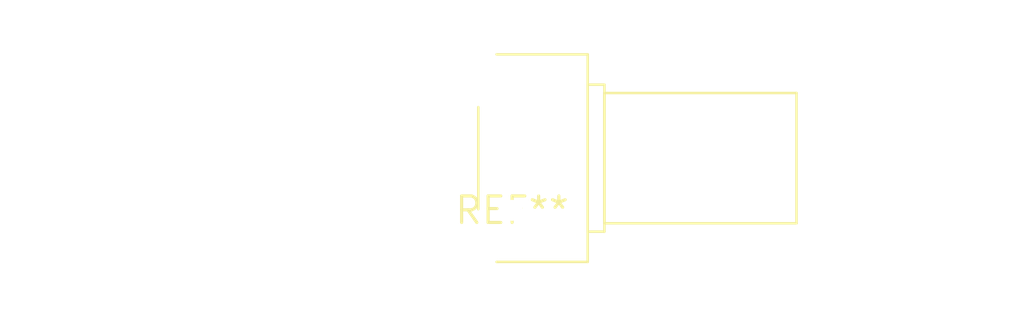
<source format=kicad_pcb>
(kicad_pcb (version 20240108) (generator pcbnew)
  (layers (0 "F.Cu" signal) (31 "B.Cu" signal) (34 "B.Paste" user) (35 "F.Paste" user) (36 "B.SilkS" user "B.Silkscreen") (37 "F.SilkS" user "F.Silkscreen") (38 "B.Mask" user) (39 "F.Mask" user) (44 "Edge.Cuts" user))
  (net 0 "")
  (footprint "Potentiometer_Bourns_PTV09A-2_Single_Horizontal" (layer "F.Cu") (at 0 0)
    (property "Reference" "REF**")
    (property "Value" "Potentiometer_Bourns_PTV09A-2_Single_Horizontal")
    (fp_line (start -1.62 -4.944) (end -1.62 -0.055) (layer "F.SilkS") (stroke (width 0.12)))
    (fp_line (start -0.745 -7.47) (end 3.62 -7.47) (layer "F.SilkS") (stroke (width 0.12)))
    (fp_line (start -0.745 2.47) (end 3.62 2.47) (layer "F.SilkS") (stroke (width 0.12)))
    (fp_line (start 3.62 -7.47) (end 3.62 2.47) (layer "F.SilkS") (stroke (width 0.12)))
    (fp_line (start 3.62 -6.02) (end 3.62 1.02) (layer "F.SilkS") (stroke (width 0.12)))
    (fp_line (start 3.62 -6.02) (end 4.42 -6.02) (layer "F.SilkS") (stroke (width 0.12)))
    (fp_line (start 3.62 1.02) (end 4.42 1.02) (layer "F.SilkS") (stroke (width 0.12)))
    (fp_line (start 4.42 -6.02) (end 4.42 1.02) (layer "F.SilkS") (stroke (width 0.12)))
    (fp_line (start 4.42 -5.62) (end 4.42 0.62) (layer "F.SilkS") (stroke (width 0.12)))
    (fp_line (start 4.42 -5.62) (end 13.62 -5.62) (layer "F.SilkS") (stroke (width 0.12)))
    (fp_line (start 4.42 0.62) (end 13.62 0.62) (layer "F.SilkS") (stroke (width 0.12)))
    (fp_line (start 13.62 -5.62) (end 13.62 0.62) (layer "F.SilkS") (stroke (width 0.12)))
    (pad "" thru_hole circle (at -3.3 -7.5) (size 4.6 4.6) (drill 2.3) (layers *.Cu *.Mask) (remove_unused_layers))
    (pad "" thru_hole circle (at -3.3 2.5) (size 4.6 4.6) (drill 2.3) (layers *.Cu *.Mask) (remove_unused_layers))
    (pad "1" thru_hole circle (at 0 0) (size 1.8 1.8) (drill 1) (layers *.Cu *.Mask) (remove_unused_layers))
    (pad "2" thru_hole circle (at 0 -2.5) (size 1.8 1.8) (drill 1) (layers *.Cu *.Mask) (remove_unused_layers))
    (pad "3" thru_hole circle (at 0 -5) (size 1.8 1.8) (drill 1) (layers *.Cu *.Mask) (remove_unused_layers))
  )
)
</source>
